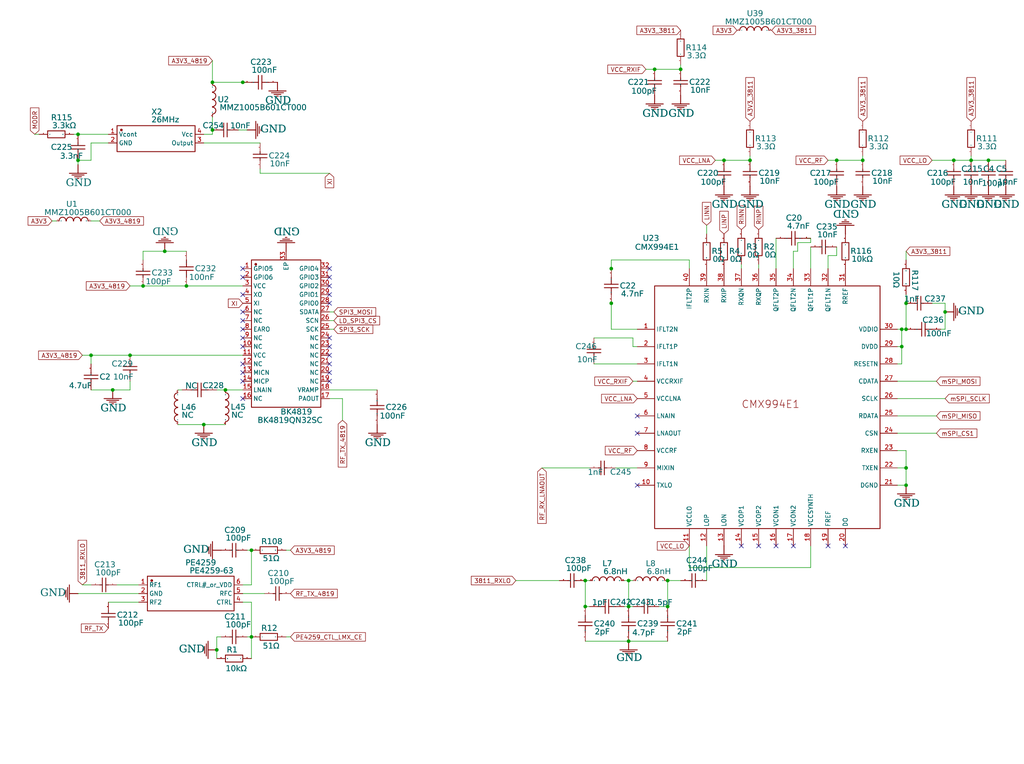
<source format=kicad_sch>
(kicad_sch (version 20231120) (generator "eeschema") (generator_version "8.0")
  (paper "User" 299.974 223.901)
  (junction (at 171.45 177.8))
  (junction (at 279.4 46.99))
  (junction (at 195.58 170.18))
  (junction (at 265.43 137.16))
  (junction (at 264.16 101.6))
  (junction (at 171.45 170.18))
  (junction (at 54.61 83.82))
  (junction (at 62.23 38.1))
  (junction (at 63.5 190.5))
  (junction (at 276.86 91.44))
  (junction (at 184.15 170.18))
  (junction (at 62.23 24.13))
  (junction (at 212.09 46.99))
  (junction (at 22.86 46.99))
  (junction (at 41.91 83.82))
  (junction (at 245.11 46.99))
  (junction (at 252.73 46.99))
  (junction (at 184.15 177.8))
  (junction (at 38.1 104.14))
  (junction (at 48.26 73.66))
  (junction (at 26.67 104.14))
  (junction (at 73.66 161.29))
  (junction (at 289.56 46.99))
  (junction (at 265.43 88.9))
  (junction (at 59.69 124.46))
  (junction (at 179.07 78.74))
  (junction (at 199.39 20.32))
  (junction (at 219.71 46.99))
  (junction (at 264.16 96.52))
  (junction (at 66.04 114.3))
  (junction (at 284.48 46.99))
  (junction (at 265.43 142.24))
  (junction (at 33.02 114.3))
  (junction (at 179.07 88.9))
  (junction (at 184.15 187.96))
  (junction (at 191.77 20.32))
  (junction (at 195.58 177.8))
  (junction (at 71.12 24.13))
  (junction (at 265.43 96.52))
  (junction (at 73.66 186.69))
  (junction (at 22.86 39.37))
  (no_connect (at 71.12 93.98))
  (no_connect (at 96.52 78.74))
  (no_connect (at 71.12 111.76))
  (no_connect (at 96.52 111.76))
  (no_connect (at 96.52 83.82))
  (no_connect (at 71.12 101.6))
  (no_connect (at 71.12 91.44))
  (no_connect (at 71.12 96.52))
  (no_connect (at 96.52 106.68))
  (no_connect (at 96.52 86.36))
  (no_connect (at 242.57 160.02))
  (no_connect (at 71.12 106.68))
  (no_connect (at 71.12 109.22))
  (no_connect (at 71.12 99.06))
  (no_connect (at 71.12 81.28))
  (no_connect (at 96.52 109.22))
  (no_connect (at 227.33 160.02))
  (no_connect (at 96.52 104.14))
  (no_connect (at 186.69 127))
  (no_connect (at 96.52 81.28))
  (no_connect (at 96.52 99.06))
  (no_connect (at 232.41 160.02))
  (no_connect (at 71.12 116.84))
  (no_connect (at 222.25 160.02))
  (no_connect (at 247.65 160.02))
  (no_connect (at 71.12 86.36))
  (no_connect (at 186.69 121.92))
  (no_connect (at 71.12 78.74))
  (no_connect (at 96.52 101.6))
  (no_connect (at 186.69 142.24))
  (no_connect (at 96.52 88.9))
  (no_connect (at 217.17 160.02))
  (wire (pts (xy 265.43 132.08) (xy 265.43 137.16)))
  (wire (pts (xy 236.22 69.85) (xy 237.49 69.85)))
  (wire (pts (xy 71.12 24.13) (xy 62.23 24.13)))
  (wire (pts (xy 29.21 64.77) (xy 26.67 64.77)))
  (wire (pts (xy 242.57 74.93) (xy 245.11 74.93)))
  (wire (pts (xy 182.88 177.8) (xy 184.15 177.8)))
  (wire (pts (xy 76.2 50.8) (xy 76.2 49.53)))
  (wire (pts (xy 279.4 46.99) (xy 284.48 46.99)))
  (wire (pts (xy 66.04 114.3) (xy 63.5 114.3)))
  (wire (pts (xy 185.42 170.18) (xy 184.15 170.18)))
  (wire (pts (xy 38.1 111.76) (xy 38.1 114.3)))
  (wire (pts (xy 21.59 39.37) (xy 22.86 39.37)))
  (wire (pts (xy 100.33 116.84) (xy 96.52 116.84)))
  (wire (pts (xy 201.93 166.37) (xy 201.93 160.02)))
  (wire (pts (xy 179.07 80.01) (xy 179.07 78.74)))
  (wire (pts (xy 73.66 193.04) (xy 73.66 186.69)))
  (wire (pts (xy 179.07 96.52) (xy 179.07 88.9)))
  (wire (pts (xy 276.86 116.84) (xy 262.89 116.84)))
  (wire (pts (xy 185.42 101.6) (xy 186.69 101.6)))
  (wire (pts (xy 38.1 104.14) (xy 26.67 104.14)))
  (wire (pts (xy 179.07 88.9) (xy 179.07 87.63)))
  (wire (pts (xy 265.43 96.52) (xy 264.16 96.52)))
  (wire (pts (xy 173.99 106.68) (xy 186.69 106.68)))
  (wire (pts (xy 284.48 46.99) (xy 284.48 45.72)))
  (wire (pts (xy 110.49 114.3) (xy 96.52 114.3)))
  (wire (pts (xy 97.79 93.98) (xy 96.52 93.98)))
  (wire (pts (xy 179.07 76.2) (xy 201.93 76.2)))
  (wire (pts (xy 207.01 66.04) (xy 207.01 68.58)))
  (wire (pts (xy 265.43 88.9) (xy 265.43 96.52)))
  (wire (pts (xy 199.39 20.32) (xy 199.39 19.05)))
  (wire (pts (xy 233.68 71.12) (xy 237.49 71.12)))
  (wire (pts (xy 217.17 77.47) (xy 217.17 78.74)))
  (wire (pts (xy 265.43 76.2) (xy 265.43 73.66)))
  (wire (pts (xy 265.43 142.24) (xy 265.43 137.16)))
  (wire (pts (xy 273.05 46.99) (xy 279.4 46.99)))
  (wire (pts (xy 71.12 83.82) (xy 54.61 83.82)))
  (wire (pts (xy 15.24 64.77) (xy 16.51 64.77)))
  (wire (pts (xy 63.5 190.5) (xy 63.5 186.69)))
  (wire (pts (xy 31.75 41.91) (xy 26.67 41.91)))
  (wire (pts (xy 184.15 187.96) (xy 171.45 187.96)))
  (wire (pts (xy 237.49 166.37) (xy 201.93 166.37)))
  (wire (pts (xy 294.64 46.99) (xy 289.56 46.99)))
  (wire (pts (xy 97.79 91.44) (xy 96.52 91.44)))
  (wire (pts (xy 201.93 76.2) (xy 201.93 78.74)))
  (wire (pts (xy 71.12 114.3) (xy 66.04 114.3)))
  (wire (pts (xy 262.89 101.6) (xy 264.16 101.6)))
  (wire (pts (xy 85.09 161.29) (xy 83.82 161.29)))
  (wire (pts (xy 54.61 83.82) (xy 41.91 83.82)))
  (wire (pts (xy 40.64 171.45) (xy 34.29 171.45)))
  (wire (pts (xy 97.79 96.52) (xy 96.52 96.52)))
  (wire (pts (xy 41.91 83.82) (xy 38.1 83.82)))
  (wire (pts (xy 72.39 24.13) (xy 71.12 24.13)))
  (wire (pts (xy 242.57 78.74) (xy 242.57 74.93)))
  (wire (pts (xy 264.16 106.68) (xy 264.16 101.6)))
  (wire (pts (xy 53.34 114.3) (xy 52.07 114.3)))
  (wire (pts (xy 71.12 171.45) (xy 73.66 171.45)))
  (wire (pts (xy 173.99 99.06) (xy 185.42 99.06)))
  (wire (pts (xy 219.71 46.99) (xy 219.71 45.72)))
  (wire (pts (xy 184.15 177.8) (xy 184.15 170.18)))
  (wire (pts (xy 232.41 73.66) (xy 233.68 73.66)))
  (wire (pts (xy 26.67 46.99) (xy 22.86 46.99)))
  (wire (pts (xy 265.43 137.16) (xy 262.89 137.16)))
  (wire (pts (xy 189.23 20.32) (xy 191.77 20.32)))
  (wire (pts (xy 62.23 34.29) (xy 62.23 38.1)))
  (wire (pts (xy 193.04 177.8) (xy 195.58 177.8)))
  (wire (pts (xy 22.86 46.99) (xy 22.86 48.26)))
  (wire (pts (xy 262.89 106.68) (xy 264.16 106.68)))
  (wire (pts (xy 73.66 176.53) (xy 71.12 176.53)))
  (wire (pts (xy 212.09 46.99) (xy 219.71 46.99)))
  (wire (pts (xy 274.32 127) (xy 262.89 127)))
  (wire (pts (xy 62.23 38.1) (xy 62.23 39.37)))
  (wire (pts (xy 62.23 24.13) (xy 62.23 17.78)))
  (wire (pts (xy 207.01 160.02) (xy 207.01 170.18)))
  (wire (pts (xy 48.26 73.66) (xy 41.91 73.66)))
  (wire (pts (xy 38.1 114.3) (xy 33.02 114.3)))
  (wire (pts (xy 186.69 96.52) (xy 179.07 96.52)))
  (wire (pts (xy 26.67 104.14) (xy 24.13 104.14)))
  (wire (pts (xy 262.89 142.24) (xy 265.43 142.24)))
  (wire (pts (xy 24.13 171.45) (xy 26.67 171.45)))
  (wire (pts (xy 96.52 50.8) (xy 76.2 50.8)))
  (wire (pts (xy 85.09 186.69) (xy 83.82 186.69)))
  (wire (pts (xy 289.56 46.99) (xy 284.48 46.99)))
  (wire (pts (xy 158.75 137.16) (xy 172.72 137.16)))
  (wire (pts (xy 276.86 88.9) (xy 273.05 88.9)))
  (wire (pts (xy 237.49 71.12) (xy 237.49 69.85)))
  (wire (pts (xy 245.11 46.99) (xy 252.73 46.99)))
  (wire (pts (xy 77.47 173.99) (xy 71.12 173.99)))
  (wire (pts (xy 274.32 121.92) (xy 262.89 121.92)))
  (wire (pts (xy 54.61 73.66) (xy 48.26 73.66)))
  (wire (pts (xy 40.64 176.53) (xy 31.75 176.53)))
  (wire (pts (xy 237.49 78.74) (xy 237.49 72.39)))
  (wire (pts (xy 264.16 96.52) (xy 262.89 96.52)))
  (wire (pts (xy 276.86 91.44) (xy 276.86 88.9)))
  (wire (pts (xy 10.16 39.37) (xy 11.43 39.37)))
  (wire (pts (xy 72.39 186.69) (xy 73.66 186.69)))
  (wire (pts (xy 184.15 170.18) (xy 182.88 170.18)))
  (wire (pts (xy 191.77 20.32) (xy 199.39 20.32)))
  (wire (pts (xy 275.59 96.52) (xy 276.86 96.52)))
  (wire (pts (xy 274.32 111.76) (xy 262.89 111.76)))
  (wire (pts (xy 59.69 41.91) (xy 76.2 41.91)))
  (wire (pts (xy 72.39 38.1) (xy 69.85 38.1)))
  (wire (pts (xy 252.73 46.99) (xy 252.73 45.72)))
  (wire (pts (xy 195.58 177.8) (xy 195.58 170.18)))
  (wire (pts (xy 185.42 99.06) (xy 185.42 101.6)))
  (wire (pts (xy 179.07 78.74) (xy 179.07 76.2)))
  (wire (pts (xy 276.86 96.52) (xy 276.86 91.44)))
  (wire (pts (xy 195.58 187.96) (xy 184.15 187.96)))
  (wire (pts (xy 245.11 74.93) (xy 245.11 72.39)))
  (wire (pts (xy 40.64 173.99) (xy 22.86 173.99)))
  (wire (pts (xy 63.5 193.04) (xy 63.5 190.5)))
  (wire (pts (xy 185.42 111.76) (xy 186.69 111.76)))
  (wire (pts (xy 71.12 104.14) (xy 38.1 104.14)))
  (wire (pts (xy 73.66 171.45) (xy 73.66 161.29)))
  (wire (pts (xy 73.66 161.29) (xy 72.39 161.29)))
  (wire (pts (xy 41.91 73.66) (xy 41.91 76.2)))
  (wire (pts (xy 233.68 73.66) (xy 233.68 71.12)))
  (wire (pts (xy 26.67 106.68) (xy 26.67 104.14)))
  (wire (pts (xy 185.42 177.8) (xy 184.15 177.8)))
  (wire (pts (xy 262.89 132.08) (xy 265.43 132.08)))
  (wire (pts (xy 33.02 114.3) (xy 26.67 114.3)))
  (wire (pts (xy 222.25 77.47) (xy 222.25 78.74)))
  (wire (pts (xy 237.49 160.02) (xy 237.49 166.37)))
  (wire (pts (xy 66.04 124.46) (xy 59.69 124.46)))
  (wire (pts (xy 172.72 177.8) (xy 171.45 177.8)))
  (wire (pts (xy 171.45 177.8) (xy 171.45 170.18)))
  (wire (pts (xy 227.33 78.74) (xy 227.33 69.85)))
  (wire (pts (xy 195.58 170.18) (xy 199.39 170.18)))
  (wire (pts (xy 100.33 123.19) (xy 100.33 116.84)))
  (wire (pts (xy 171.45 170.18) (xy 172.72 170.18)))
  (wire (pts (xy 265.43 86.36) (xy 265.43 88.9)))
  (wire (pts (xy 73.66 186.69) (xy 73.66 176.53)))
  (wire (pts (xy 242.57 46.99) (xy 245.11 46.99)))
  (wire (pts (xy 22.86 39.37) (xy 31.75 39.37)))
  (wire (pts (xy 232.41 78.74) (xy 232.41 73.66)))
  (wire (pts (xy 264.16 101.6) (xy 264.16 96.52)))
  (wire (pts (xy 62.23 39.37) (xy 59.69 39.37)))
  (wire (pts (xy 26.67 41.91) (xy 26.67 46.99)))
  (wire (pts (xy 59.69 124.46) (xy 52.07 124.46)))
  (wire (pts (xy 63.5 186.69) (xy 64.77 186.69)))
  (wire (pts (xy 163.83 170.18) (xy 151.13 170.18)))
  (wire (pts (xy 186.69 137.16) (xy 180.34 137.16)))
  (wire (pts (xy 209.55 46.99) (xy 212.09 46.99)))
  (global_label "VCC_LO" (shape input) (at 273.05 46.99 180) (property "Intersheetrefs" "${INTERSHEET_REFS}" (effects (hide yes))))
  (global_label "LD_SPI3_CS" (shape input) (at 97.79 93.98 0) (property "Intersheetrefs" "${INTERSHEET_REFS}" (effects (hide yes))))
  (global_label "PE4259_CTL_LMX_CE" (shape input) (at 85.09 186.69 0) (property "Intersheetrefs" "${INTERSHEET_REFS}" (effects (hide yes))))
  (global_label "A3V3_4819" (shape input) (at 62.23 17.78 180) (property "Intersheetrefs" "${INTERSHEET_REFS}" (effects (hide yes))))
  (global_label "VCC_RF" (shape input) (at 242.57 46.99 180) (property "Intersheetrefs" "${INTERSHEET_REFS}" (effects (hide yes))))
  (global_label "XI" (shape input) (at 71.12 88.9 180) (property "Intersheetrefs" "${INTERSHEET_REFS}" (effects (hide yes))))
  (global_label "VCC_RXIF" (shape input) (at 189.23 20.32 180) (property "Intersheetrefs" "${INTERSHEET_REFS}" (effects (hide yes))))
  (global_label "LINN" (shape input) (at 207.01 66.04 90) (property "Intersheetrefs" "${INTERSHEET_REFS}" (effects (hide yes))))
  (global_label "mSPI_MOSI" (shape input) (at 274.32 111.76 0) (property "Intersheetrefs" "${INTERSHEET_REFS}" (effects (hide yes))))
  (global_label "A3V3_4819" (shape input) (at 24.13 104.14 180) (property "Intersheetrefs" "${INTERSHEET_REFS}" (effects (hide yes))))
  (global_label "A3V3_3811" (shape input) (at 252.73 35.56 90) (property "Intersheetrefs" "${INTERSHEET_REFS}" (effects (hide yes))))
  (global_label "LINP" (shape input) (at 212.09 68.58 90) (property "Intersheetrefs" "${INTERSHEET_REFS}" (effects (hide yes))))
  (global_label "SPI3_SCK" (shape input) (at 97.79 96.52 0) (property "Intersheetrefs" "${INTERSHEET_REFS}" (effects (hide yes))))
  (global_label "VCC_LNA" (shape input) (at 186.69 116.84 180) (property "Intersheetrefs" "${INTERSHEET_REFS}" (effects (hide yes))))
  (global_label "XI" (shape input) (at 96.52 50.8 270) (property "Intersheetrefs" "${INTERSHEET_REFS}" (effects (hide yes))))
  (global_label "A3V3_3811" (shape input) (at 226.06 8.89 0) (property "Intersheetrefs" "${INTERSHEET_REFS}" (effects (hide yes))))
  (global_label "A3V3_4819" (shape input) (at 38.1 83.82 180) (property "Intersheetrefs" "${INTERSHEET_REFS}" (effects (hide yes))))
  (global_label "RINN" (shape input) (at 217.17 67.31 90) (property "Intersheetrefs" "${INTERSHEET_REFS}" (effects (hide yes))))
  (global_label "mSPI_SCLK" (shape input) (at 276.86 116.84 0) (property "Intersheetrefs" "${INTERSHEET_REFS}" (effects (hide yes))))
  (global_label "mSPI_CS1" (shape input) (at 274.32 127 0) (property "Intersheetrefs" "${INTERSHEET_REFS}" (effects (hide yes))))
  (global_label "VCC_RXIF" (shape input) (at 185.42 111.76 180) (property "Intersheetrefs" "${INTERSHEET_REFS}" (effects (hide yes))))
  (global_label "A3V3" (shape input) (at 15.24 64.77 180) (property "Intersheetrefs" "${INTERSHEET_REFS}" (effects (hide yes))))
  (global_label "A3V3_3811" (shape input) (at 219.71 35.56 90) (property "Intersheetrefs" "${INTERSHEET_REFS}" (effects (hide yes))))
  (global_label "3811_RXLO" (shape input) (at 151.13 170.18 180) (property "Intersheetrefs" "${INTERSHEET_REFS}" (effects (hide yes))))
  (global_label "A3V3_4819" (shape input) (at 29.21 64.77 0) (property "Intersheetrefs" "${INTERSHEET_REFS}" (effects (hide yes))))
  (global_label "A3V3_3811" (shape input) (at 199.39 8.89 180) (property "Intersheetrefs" "${INTERSHEET_REFS}" (effects (hide yes))))
  (global_label "RF_TX_4819" (shape input) (at 85.09 173.99 0) (property "Intersheetrefs" "${INTERSHEET_REFS}" (effects (hide yes))))
  (global_label "A3V3_3811" (shape input) (at 284.48 35.56 90) (property "Intersheetrefs" "${INTERSHEET_REFS}" (effects (hide yes))))
  (global_label "RF_TX_4819" (shape input) (at 100.33 123.19 270) (property "Intersheetrefs" "${INTERSHEET_REFS}" (effects (hide yes))))
  (global_label "SPI3_MOSI" (shape input) (at 97.79 91.44 0) (property "Intersheetrefs" "${INTERSHEET_REFS}" (effects (hide yes))))
  (global_label "VCC_RF" (shape input) (at 186.69 132.08 180) (property "Intersheetrefs" "${INTERSHEET_REFS}" (effects (hide yes))))
  (global_label "A3V3_4819" (shape input) (at 85.09 161.29 0) (property "Intersheetrefs" "${INTERSHEET_REFS}" (effects (hide yes))))
  (global_label "RF_RX_LNAOUT" (shape input) (at 158.75 137.16 270) (property "Intersheetrefs" "${INTERSHEET_REFS}" (effects (hide yes))))
  (global_label "VCC_LO" (shape input) (at 201.93 160.02 180) (property "Intersheetrefs" "${INTERSHEET_REFS}" (effects (hide yes))))
  (global_label "RINP" (shape input) (at 222.25 67.31 90) (property "Intersheetrefs" "${INTERSHEET_REFS}" (effects (hide yes))))
  (global_label "A3V3_3811" (shape input) (at 265.43 73.66 0) (property "Intersheetrefs" "${INTERSHEET_REFS}" (effects (hide yes))))
  (global_label "3811_RXLO" (shape input) (at 24.13 171.45 90) (property "Intersheetrefs" "${INTERSHEET_REFS}" (effects (hide yes))))
  (global_label "VCC_LNA" (shape input) (at 209.55 46.99 180) (property "Intersheetrefs" "${INTERSHEET_REFS}" (effects (hide yes))))
  (global_label "A3V3" (shape input) (at 215.9 8.89 180) (property "Intersheetrefs" "${INTERSHEET_REFS}" (effects (hide yes))))
  (global_label "mSPI_MISO" (shape input) (at 274.32 121.92 0) (property "Intersheetrefs" "${INTERSHEET_REFS}" (effects (hide yes))))
  (global_label "MODR" (shape input) (at 10.16 39.37 90) (property "Intersheetrefs" "${INTERSHEET_REFS}" (effects (hide yes))))
  (global_label "RF_TX" (shape input) (at 31.75 184.15 180) (property "Intersheetrefs" "${INTERSHEET_REFS}" (effects (hide yes))))
  (symbol (lib_id "GND") (at 265.43 142.24 0) (unit 0)
    (property "Reference" "#PWR0144" (effects (hide yes)))
    (property "Value" "GND" (at 262.128 148.844 0) (effects (font (size 2.1717 2.1717)) (justify left bottom)))
    (property "Description" "Power symbol creates a global label with name 'GND'" (effects (hide yes)))
    (instances (project "" (path "" (reference "#PWR0144") (unit 0))) (project "sicomm_slaveboard_BK4819_v2" (path "" (reference "#PWR0139") (unit 1))))
  )
  (symbol (lib_id "0402CG101J500NT_8") (at 30.48 171.45 0) (unit 1)
    (property "Reference" "C213" (at 27.6606 164.6809 0) (effects (font (size 1.6891 1.6891)) (justify left top)))
    (property "Value" "100pF" (at 27.6606 166.9669 0) (effects (font (size 1.6891 1.6891)) (justify left top)))
    (property "Footprint" "easyeda2kicad_foorprint:C0402" (effects (hide yes)))
    (property "Manufacturer" "FH(风华)" (effects (hide yes)))
    (property "Supplier Part" "C1546" (effects (hide yes)))
    (property "Supplier" "LCSC" (effects (hide yes)))
  )
  (symbol (lib_id "LQW15AN6N8H00D") (at 177.8 170.18 0) (unit 1)
    (property "Reference" "L7" (at 176.5046 164.3507 0) (effects (font (size 1.6891 1.6891)) (justify left top)))
    (property "Value" "6.8nH" (at 176.5046 166.6367 0) (effects (font (size 1.6891 1.6891)) (justify left top)))
    (property "Footprint" "easyeda2kicad_foorprint:IND-SMD_L1.0-W0.5-2" (effects (hide yes)))
    (property "Manufacturer Part" "LQW15AN6N8H00D" (effects (hide yes)))
    (property "Manufacturer" "muRata(村田)" (effects (hide yes)))
    (property "Supplier Part" "C96056" (effects (hide yes)))
    (property "Supplier" "LCSC" (effects (hide yes)))
  )
  (symbol (lib_id "PE4259-63") (at 55.88 173.99 0) (unit 1)
    (property "Reference" "PE4259" (at 54.356 164.0967 0) (effects (font (size 1.6891 1.6891)) (justify left top)))
    (property "Value" "PE4259-63" (at 54.356 166.3827 0) (effects (font (size 1.6891 1.6891)) (justify left top)))
    (property "Footprint" "easyeda2kicad_foorprint:SC-70-6_L2.2-W1.3-P0.65-LS2.1-BL" (effects (hide yes)))
    (property "Datasheet" "https://lcsc.com/eda_search?q=C470892&%26type=1&ref=editor" (effects (hide yes)))
    (property "Manufacturer Part" "PE4259-63" (effects (hide yes)))
    (property "Manufacturer" "PSemi" (effects (hide yes)))
    (property "Supplier Part" "C470892" (effects (hide yes)))
    (property "Supplier" "LCSC" (effects (hide yes)))
  )
  (symbol (lib_id "GND") (at 22.86 173.99 270) (unit 0)
    (property "Reference" "#PWR0160" (effects (hide yes)))
    (property "Value" "GND" (at 12.065 175.0314 -270) (effects (font (size 2.1717 2.1717)) (justify left bottom)))
    (property "Description" "Power symbol creates a global label with name 'GND'" (effects (hide yes)))
    (instances (project "" (path "" (reference "#PWR0160") (unit 0))) (project "sicomm_slaveboard_BK4819_v2" (path "" (reference "#PWR0159") (unit 1))))
  )
  (symbol (lib_id "CL05B103KB5NNNC_8") (at 38.1 107.95 0) (unit 1)
    (property "Reference" "C229" (at 32.7406 105.8037 0) (effects (font (size 1.6891 1.6891)) (justify left top)))
    (property "Value" "10nF" (at 32.8676 109.5883 0) (effects (font (size 1.6891 1.6891)) (justify left top)))
    (property "Footprint" "easyeda2kicad_foorprint:C0402" (effects (hide yes)))
    (property "Manufacturer" "SAMSUNG(三星)" (effects (hide yes)))
    (property "Supplier Part" "C15195" (effects (hide yes)))
    (property "Supplier" "LCSC" (effects (hide yes)))
  )
  (symbol (lib_id "GND") (at 276.86 91.44 90) (unit 0)
    (property "Reference" "#PWR0151" (effects (hide yes)))
    (property "Value" "GND" (at 281.051 92.456 -90) (effects (font (size 2.1717 2.1717)) (justify left bottom)))
    (property "Description" "Power symbol creates a global label with name 'GND'" (effects (hide yes)))
    (instances (project "" (path "" (reference "#PWR0151") (unit 0))) (project "sicomm_slaveboard_BK4819_v2" (path "" (reference "#PWR0137") (unit 1))))
  )
  (symbol (lib_id "0402WGF3301TCE") (at 16.51 39.37 0) (unit 1)
    (property "Reference" "R115" (at 14.986 33.6169 0) (effects (font (size 1.6891 1.6891)) (justify left top)))
    (property "Value" "3.3kΩ" (at 14.986 35.9029 0) (effects (font (size 1.6891 1.6891)) (justify left top)))
    (property "Footprint" "easyeda2kicad_foorprint:R0402" (effects (hide yes)))
    (property "Datasheet" "https://lcsc.com/eda_search?q=C25890&%26type=1&ref=editor" (effects (hide yes)))
    (property "Manufacturer Part" "0402WGF3301TCE" (effects (hide yes)))
    (property "Manufacturer" "UNI-ROYAL(厚声)" (effects (hide yes)))
    (property "Supplier Part" "C25890" (effects (hide yes)))
    (property "Supplier" "LCSC" (effects (hide yes)))
  )
  (symbol (lib_id "CC0402CRNPO9BN2R0") (at 171.45 182.88 0) (unit 1)
    (property "Reference" "C240" (at 173.99 182.0037 0) (effects (font (size 1.6891 1.6891)) (justify left top)))
    (property "Value" "2pF" (at 173.99 184.2643 0) (effects (font (size 1.6891 1.6891)) (justify left top)))
    (property "Footprint" "easyeda2kicad_foorprint:C0402" (effects (hide yes)))
    (property "Manufacturer" "YAGEO(国巨)" (effects (hide yes)))
    (property "Supplier Part" "C325454" (effects (hide yes)))
    (property "Supplier" "LCSC" (effects (hide yes)))
  )
  (symbol (lib_id "GND") (at 245.11 54.61 0) (unit 0)
    (property "Reference" "#PWR0139" (effects (hide yes)))
    (property "Value" "GND" (at 241.808 61.214 0) (effects (font (size 2.1717 2.1717)) (justify left bottom)))
    (property "Description" "Power symbol creates a global label with name 'GND'" (effects (hide yes)))
    (instances (project "" (path "" (reference "#PWR0139") (unit 0))) (project "sicomm_slaveboard_BK4819_v2" (path "" (reference "#PWR0141") (unit 1))))
  )
  (symbol (lib_id "CL05B103KB5NNNC_7") (at 66.04 38.1 0) (unit 1)
    (property "Reference" "C254" (at 59.4106 35.9537 0) (effects (font (size 1.6891 1.6891)) (justify left top)))
    (property "Value" "10nF" (at 67.1322 35.9537 0) (effects (font (size 1.6891 1.6891)) (justify left top)))
    (property "Footprint" "easyeda2kicad_foorprint:C0402" (effects (hide yes)))
    (property "Manufacturer" "SAMSUNG(三星)" (effects (hide yes)))
    (property "Supplier Part" "C15195" (effects (hide yes)))
    (property "Supplier" "LCSC" (effects (hide yes)))
  )
  (symbol (lib_id "RC0402JR-073R3L_2") (at 219.71 40.64 0) (unit 1)
    (property "Reference" "R113" (at 221.234 39.7891 0) (effects (font (size 1.6891 1.6891)) (justify left top)))
    (property "Value" "3.3Ω" (at 221.234 42.0751 0) (effects (font (size 1.6891 1.6891)) (justify left top)))
    (property "Footprint" "easyeda2kicad_foorprint:R0402" (effects (hide yes)))
    (property "Datasheet" "https://lcsc.com/eda_search?q=C274354&%26type=1&ref=editor" (effects (hide yes)))
    (property "Manufacturer Part" "RC0402JR-073R3L" (effects (hide yes)))
    (property "Manufacturer" "YAGEO(国巨)" (effects (hide yes)))
    (property "Supplier Part" "C274354" (effects (hide yes)))
    (property "Supplier" "LCSC" (effects (hide yes)))
  )
  (symbol (lib_id "GND") (at 219.71 54.61 0) (unit 0)
    (property "Reference" "#PWR0141" (effects (hide yes)))
    (property "Value" "GND" (at 216.408 61.214 0) (effects (font (size 2.1717 2.1717)) (justify left bottom)))
    (property "Description" "Power symbol creates a global label with name 'GND'" (effects (hide yes)))
    (instances (project "" (path "" (reference "#PWR0141") (unit 0))) (project "sicomm_slaveboard_BK4819_v2" (path "" (reference "#PWR0145") (unit 1))))
  )
  (symbol (lib_id "MMZ1005B601CT000") (at 220.98 8.89 0) (unit 1)
    (property "Reference" "U39" (at 218.821 3.1115 0) (effects (font (size 1.6891 1.6891)) (justify left top)))
    (property "Value" "MMZ1005B601CT000" (at 211.8868 5.4991 0) (effects (font (size 1.6891 1.6891)) (justify left top)))
    (property "Footprint" "easyeda2kicad_foorprint:L0402" (effects (hide yes)))
    (property "Manufacturer Part" "MMZ1005B601CT000" (effects (hide yes)))
    (property "Manufacturer" "TDK" (effects (hide yes)))
    (property "Supplier Part" "C275413" (effects (hide yes)))
    (property "Supplier" "LCSC" (effects (hide yes)))
  )
  (symbol (lib_id "CL05A475MP5NRNC") (at 26.67 110.49 0) (unit 1)
    (property "Reference" "C2" (at 29.21 109.6391 0) (effects (font (size 1.6891 1.6891)) (justify left top)))
    (property "Value" "4.7uF" (at 19.9136 112.1537 0) (effects (font (size 1.6891 1.6891)) (justify left top)))
    (property "Footprint" "easyeda2kicad_foorprint:C0402" (effects (hide yes)))
    (property "Manufacturer Part" "CL05A475MP5NRNC" (effects (hide yes)))
    (property "Manufacturer" "SAMSUNG(三星)" (effects (hide yes)))
    (property "Supplier Part" "C23733" (effects (hide yes)))
    (property "Supplier" "LCSC" (effects (hide yes)))
  )
  (symbol (lib_id "CL05B103KB5NNNC_1") (at 252.73 50.8 0) (unit 1)
    (property "Reference" "C218" (at 255.27 49.8983 0) (effects (font (size 1.6891 1.6891)) (justify left top)))
    (property "Value" "10nF" (at 255.27 52.1843 0) (effects (font (size 1.6891 1.6891)) (justify left top)))
    (property "Footprint" "easyeda2kicad_foorprint:C0402" (effects (hide yes)))
    (property "Manufacturer Part" "GRM1555C1E103JE01D" (effects (hide yes)))
    (property "Manufacturer" "Murata Electronics" (effects (hide yes)))
    (property "Supplier Part" "C3855387" (effects (hide yes)))
    (property "Supplier" "LCSC" (effects (hide yes)))
  )
  (symbol (lib_id "LQW15AN6N8J00D") (at 52.07 119.38 0) (unit 1)
    (property "Reference" "L46" (at 53.086 118.5291 0) (effects (font (size 1.6891 1.6891)) (justify left top)))
    (property "Value" "NC" (at 53.086 120.7897 0) (effects (font (size 1.6891 1.6891)) (justify left top)))
    (property "Datasheet" "https://lcsc.com/eda_search?q=C113119&%26type=1&ref=editor" (effects (hide yes)))
    (property "Supplier" "LCSC" (effects (hide yes)))
  )
  (symbol (lib_id "CL05B103KB5NNNC_4") (at 241.3 72.39 0) (unit 1)
    (property "Reference" "C235" (at 239.141 65.6463 0) (effects (font (size 1.6891 1.6891)) (justify left top)))
    (property "Value" "10nF" (at 239.141 67.9069 0) (effects (font (size 1.6891 1.6891)) (justify left top)))
    (property "Footprint" "easyeda2kicad_foorprint:C0402" (effects (hide yes)))
    (property "Manufacturer Part" "GRM1555C1E103JE01D" (effects (hide yes)))
    (property "Manufacturer" "Murata Electronics" (effects (hide yes)))
    (property "Supplier Part" "C3855387" (effects (hide yes)))
    (property "Supplier" "LCSC" (effects (hide yes)))
  )
  (symbol (lib_id "LQW15AN6N8J00D_1") (at 66.04 119.38 0) (unit 1)
    (property "Reference" "L45" (at 67.6402 118.4783 0) (effects (font (size 1.6891 1.6891)) (justify left top)))
    (property "Value" "NC" (at 67.6402 120.7643 0) (effects (font (size 1.6891 1.6891)) (justify left top)))
    (property "Footprint" "easyeda2kicad_foorprint:L0402" (effects (hide yes)))
    (property "Datasheet" "https://lcsc.com/eda_search?q=C113119&%26type=1&ref=editor" (effects (hide yes)))
    (property "Supplier" "LCSC" (effects (hide yes)))
  )
  (symbol (lib_id "0402CG101J500NT_4") (at 167.64 170.18 0) (unit 1)
    (property "Reference" "C238" (at 165.481 163.4363 0) (effects (font (size 1.6891 1.6891)) (justify left top)))
    (property "Value" "100pF" (at 165.481 165.6969 0) (effects (font (size 1.6891 1.6891)) (justify left top)))
    (property "Footprint" "easyeda2kicad_foorprint:C0402" (effects (hide yes)))
    (property "Manufacturer" "FH(风华)" (effects (hide yes)))
    (property "Supplier Part" "C1546" (effects (hide yes)))
    (property "Supplier" "LCSC" (effects (hide yes)))
  )
  (symbol (lib_id "GND") (at 64.77 161.29 270) (unit 0)
    (property "Reference" "#PWR0158" (effects (hide yes)))
    (property "Value" "GND" (at 53.975 162.3314 -270) (effects (font (size 2.1717 2.1717)) (justify left bottom)))
    (property "Description" "Power symbol creates a global label with name 'GND'" (effects (hide yes)))
    (instances (project "" (path "" (reference "#PWR0158") (unit 0))) (project "sicomm_slaveboard_BK4819_v2" (path "" (reference "#PWR0150") (unit 1))))
  )
  (symbol (lib_id "0402CG101J500NT_9") (at 31.75 180.34 0) (unit 1)
    (property "Reference" "C212" (at 34.29 179.4383 0) (effects (font (size 1.6891 1.6891)) (justify left top)))
    (property "Value" "100pF" (at 34.29 181.7243 0) (effects (font (size 1.6891 1.6891)) (justify left top)))
    (property "Footprint" "easyeda2kicad_foorprint:C0402" (effects (hide yes)))
    (property "Manufacturer" "FH(风华)" (effects (hide yes)))
    (property "Supplier Part" "C1546" (effects (hide yes)))
    (property "Supplier" "LCSC" (effects (hide yes)))
  )
  (symbol (lib_id "0402WGF1002TCE") (at 247.65 73.66 0) (unit 1)
    (property "Reference" "R116" (at 249.174 72.7583 0) (effects (font (size 1.6891 1.6891)) (justify left top)))
    (property "Value" "10kΩ" (at 249.174 75.0443 0) (effects (font (size 1.6891 1.6891)) (justify left top)))
    (property "Footprint" "easyeda2kicad_foorprint:R0402" (effects (hide yes)))
    (property "Manufacturer" "UNI-ROYAL(厚声)" (effects (hide yes)))
    (property "Supplier Part" "C25744" (effects (hide yes)))
    (property "Supplier" "LCSC" (effects (hide yes)))
  )
  (symbol (lib_id "MMZ1005B601CT000_1") (at 21.59 64.77 0) (unit 1)
    (property "Reference" "U1" (at 19.431 58.9915 0) (effects (font (size 1.6891 1.6891)) (justify left top)))
    (property "Value" "MMZ1005B601CT000" (at 12.4714 61.3791 0) (effects (font (size 1.6891 1.6891)) (justify left top)))
    (property "Footprint" "easyeda2kicad_foorprint:L0402" (effects (hide yes)))
    (property "Manufacturer Part" "MMZ1005B601CT000" (effects (hide yes)))
    (property "Manufacturer" "TDK" (effects (hide yes)))
    (property "Supplier Part" "C275413" (effects (hide yes)))
    (property "Supplier" "LCSC" (effects (hide yes)))
  )
  (symbol (lib_id "0402CG101J500NT_2") (at 212.09 50.8 0) (unit 1)
    (property "Reference" "C220" (at 204.2668 49.9237 0) (effects (font (size 1.6891 1.6891)) (justify left top)))
    (property "Value" "100pF" (at 204.9272 52.4637 0) (effects (font (size 1.6891 1.6891)) (justify left top)))
    (property "Footprint" "easyeda2kicad_foorprint:C0402" (effects (hide yes)))
    (property "Manufacturer" "FH(风华)" (effects (hide yes)))
    (property "Supplier Part" "C1546" (effects (hide yes)))
    (property "Supplier" "LCSC" (effects (hide yes)))
  )
  (symbol (lib_id "GND") (at 83.82 73.66 180) (unit 0)
    (property "Reference" "#PWR0157" (effects (hide yes)))
    (property "Value" "GND" (at 80.518 68.8848 -180) (effects (font (size 2.1717 2.1717)) (justify left bottom)))
    (property "Description" "Power symbol creates a global label with name 'GND'" (effects (hide yes)))
    (instances (project "" (path "" (reference "#PWR0157") (unit 0))) (project "sicomm_slaveboard_BK4819_v2" (path "" (reference "#PWR0156") (unit 1))))
  )
  (symbol (lib_id "GND") (at 294.64 54.61 0) (unit 0)
    (property "Reference" "#PWR0145" (effects (hide yes)))
    (property "Value" "GND" (at 291.338 61.214 0) (effects (font (size 2.1717 2.1717)) (justify left bottom)))
    (property "Description" "Power symbol creates a global label with name 'GND'" (effects (hide yes)))
    (instances (project "" (path "" (reference "#PWR0145") (unit 0))) (project "sicomm_slaveboard_BK4819_v2" (path "" (reference "#PWR0160") (unit 1))))
  )
  (symbol (lib_id "CL05B104KB54PNC") (at 270.51 96.52 0) (unit 1)
    (property "Reference" "C236" (at 270.256 92.964 0) (effects (font (size 1.6891 1.6891)) (justify left top)))
    (property "Value" "100nF" (at 270.9418 96.8883 0) (effects (font (size 1.6891 1.6891)) (justify left top)))
    (property "Footprint" "easyeda2kicad_foorprint:C0402" (effects (hide yes)))
    (property "Manufacturer" "SAMSUNG(三星)" (effects (hide yes)))
    (property "Supplier Part" "C307331" (effects (hide yes)))
    (property "Supplier" "LCSC" (effects (hide yes)))
  )
  (symbol (lib_id "GCM1555C1H1R5BA16D") (at 189.23 177.8 0) (unit 1)
    (property "Reference" "C243" (at 184.531 175.6791 0) (effects (font (size 1.6891 1.6891)) (justify left top)))
    (property "Value" "1.5pF" (at 189.992 175.6791 0) (effects (font (size 1.6891 1.6891)) (justify left top)))
    (property "Footprint" "easyeda2kicad_foorprint:C0402" (effects (hide yes)))
    (property "Manufacturer" "muRata(村田)" (effects (hide yes)))
    (property "Supplier Part" "C126500" (effects (hide yes)))
    (property "Supplier" "LCSC" (effects (hide yes)))
    (instances (project "" (path "" (reference "C243") (unit 1))) (project "sicomm_slaveboard_BK4819_v2" (path "" (reference "C15") (unit 1))))
  )
  (symbol (lib_id "CL05B103KB5NNNC_2") (at 219.71 50.8 0) (unit 1)
    (property "Reference" "C219" (at 222.25 49.8983 0) (effects (font (size 1.6891 1.6891)) (justify left top)))
    (property "Value" "10nF" (at 222.25 52.1843 0) (effects (font (size 1.6891 1.6891)) (justify left top)))
    (property "Footprint" "easyeda2kicad_foorprint:C0402" (effects (hide yes)))
    (property "Manufacturer Part" "GRM1555C1E103JE01D" (effects (hide yes)))
    (property "Manufacturer" "Murata Electronics" (effects (hide yes)))
    (property "Supplier Part" "C3855387" (effects (hide yes)))
    (property "Supplier" "LCSC" (effects (hide yes)))
  )
  (symbol (lib_id "RC0402JR-073R3L_3") (at 199.39 13.97 0) (unit 1)
    (property "Reference" "R114" (at 200.914 13.1191 0) (effects (font (size 1.6891 1.6891)) (justify left top)))
    (property "Value" "3.3Ω" (at 200.914 15.4051 0) (effects (font (size 1.6891 1.6891)) (justify left top)))
    (property "Footprint" "easyeda2kicad_foorprint:R0402" (effects (hide yes)))
    (property "Datasheet" "https://lcsc.com/eda_search?q=C274354&%26type=1&ref=editor" (effects (hide yes)))
    (property "Manufacturer Part" "RC0402JR-073R3L" (effects (hide yes)))
    (property "Manufacturer" "YAGEO(国巨)" (effects (hide yes)))
    (property "Supplier Part" "C274354" (effects (hide yes)))
    (property "Supplier" "LCSC" (effects (hide yes)))
    (instances (project "" (path "" (reference "R114") (unit 1))) (project "sicomm_slaveboard_BK4819_v2" (path "" (reference "R9") (unit 1))))
  )
  (symbol (lib_id "0402CG101J500NT_7") (at 41.91 80.01 0) (unit 1)
    (property "Reference" "C233" (at 44.45 79.1337 0) (effects (font (size 1.6891 1.6891)) (justify left top)))
    (property "Value" "100pF" (at 42.3418 81.6483 0) (effects (font (size 1.6891 1.6891)) (justify left top)))
    (property "Footprint" "easyeda2kicad_foorprint:C0402" (effects (hide yes)))
    (property "Manufacturer" "FH(风华)" (effects (hide yes)))
    (property "Supplier Part" "C1546" (effects (hide yes)))
    (property "Supplier" "LCSC" (effects (hide yes)))
  )
  (symbol (lib_id "CL05B104KB54PNC_2") (at 110.49 119.38 0) (unit 1)
    (property "Reference" "C226" (at 113.03 118.5291 0) (effects (font (size 1.6891 1.6891)) (justify left top)))
    (property "Value" "100nF" (at 110.9218 121.0183 0) (effects (font (size 1.6891 1.6891)) (justify left top)))
    (property "Footprint" "easyeda2kicad_foorprint:C0402" (effects (hide yes)))
    (property "Manufacturer" "SAMSUNG(三星)" (effects (hide yes)))
    (property "Supplier Part" "C307331" (effects (hide yes)))
    (property "Supplier" "LCSC" (effects (hide yes)))
  )
  (symbol (lib_id "0603WAF510JT5E_1") (at 78.74 161.29 0) (unit 1)
    (property "Reference" "R108" (at 76.581 157.8991 0) (effects (font (size 1.6891 1.6891)) (justify left top)))
    (property "Value" "51Ω" (at 76.708 162.814 0) (effects (font (size 1.6891 1.6891)) (justify left top)))
    (property "Footprint" "easyeda2kicad_foorprint:R0603" (effects (hide yes)))
    (property "Datasheet" "https://lcsc.com/eda_search?q=C23197&%26type=1&ref=editor" (effects (hide yes)))
    (property "Manufacturer Part" "0603WAF510JT5E" (effects (hide yes)))
    (property "Manufacturer" "UNI-ROYAL(厚声)" (effects (hide yes)))
    (property "Supplier Part" "C23197" (effects (hide yes)))
    (property "Supplier" "LCSC" (effects (hide yes)))
  )
  (symbol (lib_id "GND") (at 110.49 124.46 0) (unit 0)
    (property "Reference" "#PWR0146" (effects (hide yes)))
    (property "Value" "GND" (at 107.188 131.064 0) (effects (font (size 2.1717 2.1717)) (justify left bottom)))
    (property "Description" "Power symbol creates a global label with name 'GND'" (effects (hide yes)))
    (instances (project "" (path "" (reference "#PWR0146") (unit 0))) (project "sicomm_slaveboard_BK4819_v2" (path "" (reference "#PWR0158") (unit 1))))
  )
  (symbol (lib_id "RC0402JR-073R3L_1") (at 252.73 40.64 0) (unit 1)
    (property "Reference" "R112" (at 254.254 39.7891 0) (effects (font (size 1.6891 1.6891)) (justify left top)))
    (property "Value" "3.3Ω" (at 254.254 42.0751 0) (effects (font (size 1.6891 1.6891)) (justify left top)))
    (property "Footprint" "easyeda2kicad_foorprint:R0402" (effects (hide yes)))
    (property "Datasheet" "https://lcsc.com/eda_search?q=C274354&%26type=1&ref=editor" (effects (hide yes)))
    (property "Manufacturer Part" "RC0402JR-073R3L" (effects (hide yes)))
    (property "Manufacturer" "YAGEO(国巨)" (effects (hide yes)))
    (property "Supplier Part" "C274354" (effects (hide yes)))
    (property "Supplier" "LCSC" (effects (hide yes)))
  )
  (symbol (lib_id "0402CG101J500NT_6") (at 289.56 50.8 0) (unit 1)
    (property "Reference" "C4" (at 288.0614 48.6791 0) (effects (font (size 1.6891 1.6891)) (justify left top)))
    (property "Value" "100pF" (at 287.274 52.832 0) (effects (font (size 1.6891 1.6891)) (justify left top)))
    (property "Footprint" "easyeda2kicad_foorprint:C0402" (effects (hide yes)))
    (property "Manufacturer" "FH(风华)" (effects (hide yes)))
    (property "Supplier Part" "C1546" (effects (hide yes)))
    (property "Supplier" "LCSC" (effects (hide yes)))
  )
  (symbol (lib_id "0402WGF0000TCE") (at 222.25 72.39 0) (unit 1)
    (property "Reference" "R2" (at 223.774 71.5137 0) (effects (font (size 1.6891 1.6891)) (justify left top)))
    (property "Value" "0Ω" (at 223.774 73.7997 0) (effects (font (size 1.6891 1.6891)) (justify left top)))
    (property "Footprint" "easyeda2kicad_foorprint:R0402" (effects (hide yes)))
    (property "Manufacturer" "UNI-ROYAL(厚声)" (effects (hide yes)))
    (property "Supplier Part" "C17168" (effects (hide yes)))
    (property "Supplier" "LCSC" (effects (hide yes)))
  )
  (symbol (lib_id "GND") (at 48.26 73.66 180) (unit 0)
    (property "Reference" "#PWR0153" (effects (hide yes)))
    (property "Value" "GND" (at 44.958 68.8086 -180) (effects (font (size 2.1717 2.1717)) (justify left bottom)))
    (property "Description" "Power symbol creates a global label with name 'GND'" (effects (hide yes)))
    (instances (project "" (path "" (reference "#PWR0153") (unit 0))) (project "sicomm_slaveboard_BK4819_v2" (path "" (reference "#PWR0155") (unit 1))))
  )
  (symbol (lib_id "0402WGF1002TCE_1") (at 68.58 193.04 0) (unit 1)
    (property "Reference" "R1" (at 66.421 189.6237 0) (effects (font (size 1.6891 1.6891)) (justify left top)))
    (property "Value" "10kΩ" (at 65.786 195.072 0) (effects (font (size 1.6891 1.6891)) (justify left top)))
    (property "Footprint" "easyeda2kicad_foorprint:R0402" (effects (hide yes)))
    (property "Manufacturer" "UNI-ROYAL(厚声)" (effects (hide yes)))
    (property "Supplier Part" "C25744" (effects (hide yes)))
    (property "Supplier" "LCSC" (effects (hide yes)))
  )
  (symbol (lib_id "CC0402CRNPO9BN2R0_2") (at 58.42 114.3 0) (unit 1)
    (property "Reference" "C228" (at 59.3852 112.1791 0) (effects (font (size 1.6891 1.6891)) (justify left top)))
    (property "Value" "NC" (at 54.1782 112.1791 0) (effects (font (size 1.6891 1.6891)) (justify left top)))
    (property "Footprint" "easyeda2kicad_foorprint:C0402" (effects (hide yes)))
    (property "Supplier" "LCSC" (effects (hide yes)))
  )
  (symbol (lib_id "GND") (at 33.02 114.3 0) (unit 0)
    (property "Reference" "#PWR0155" (effects (hide yes)))
    (property "Value" "GND" (at 29.718 120.904 0) (effects (font (size 2.1717 2.1717)) (justify left bottom)))
    (property "Description" "Power symbol creates a global label with name 'GND'" (effects (hide yes)))
    (instances (project "" (path "" (reference "#PWR0155") (unit 0))) (project "sicomm_slaveboard_BK4819_v2" (path "" (reference "#PWR0152") (unit 1))))
  )
  (symbol (lib_id "GND") (at 59.69 124.46 0) (unit 0)
    (property "Reference" "#PWR0156" (effects (hide yes)))
    (property "Value" "GND" (at 56.388 131.064 0) (effects (font (size 2.1717 2.1717)) (justify left bottom)))
    (property "Description" "Power symbol creates a global label with name 'GND'" (effects (hide yes)))
    (instances (project "" (path "" (reference "#PWR0156") (unit 0))) (project "sicomm_slaveboard_BK4819_v2" (path "" (reference "#PWR0149") (unit 1))))
  )
  (symbol (lib_id "GND") (at 212.09 54.61 0) (unit 0)
    (property "Reference" "#PWR0140" (effects (hide yes)))
    (property "Value" "GND" (at 208.788 61.214 0) (effects (font (size 2.1717 2.1717)) (justify left bottom)))
    (property "Description" "Power symbol creates a global label with name 'GND'" (effects (hide yes)))
    (instances (project "" (path "" (reference "#PWR0140") (unit 0))) (project "sicomm_slaveboard_BK4819_v2" (path "" (reference "#PWR0144") (unit 1))))
  )
  (symbol (lib_id "CL05B103KB5NNNC_6") (at 294.64 50.8 0) (unit 1)
    (property "Reference" "C5" (at 291.8206 48.6791 0) (effects (font (size 1.6891 1.6891)) (justify left top)))
    (property "Value" "10nF" (at 291.9476 52.4637 0) (effects (font (size 1.6891 1.6891)) (justify left top)))
    (property "Footprint" "easyeda2kicad_foorprint:C0402" (effects (hide yes)))
    (property "Manufacturer Part" "GRM1555C1E103JE01D" (effects (hide yes)))
    (property "Manufacturer" "Murata Electronics" (effects (hide yes)))
    (property "Supplier Part" "C3855387" (effects (hide yes)))
    (property "Supplier" "LCSC" (effects (hide yes)))
  )
  (symbol (lib_id "GND") (at 191.77 27.94 0) (unit 0)
    (property "Reference" "#PWR0142" (effects (hide yes)))
    (property "Value" "GND" (at 188.468 34.544 0) (effects (font (size 2.1717 2.1717)) (justify left bottom)))
    (property "Description" "Power symbol creates a global label with name 'GND'" (effects (hide yes)))
    (instances (project "" (path "" (reference "#PWR0142") (unit 0))) (project "sicomm_slaveboard_BK4819_v2" (path "" (reference "#PWR0146") (unit 1))))
  )
  (symbol (lib_id "BK4819QN32SC") (at 83.82 97.79 0) (unit 1)
    (property "Reference" "BK4819" (at 82.2198 119.8753 0) (effects (font (size 1.6891 1.6891)) (justify left top)))
    (property "Value" "BK4819QN32SC" (at 74.8792 122.2883 0) (effects (font (size 1.6891 1.6891)) (justify left top)))
    (property "Footprint" "easyeda_bk4819:QFN-32_L4.0-W4.0-P0.40-TL-EP2.9" (effects (hide yes)))
    (property "Datasheet" "https://lcsc.com/eda_search?q=C9900059898&%26type=1&ref=editor" (effects (hide yes)))
    (property "Manufacturer Part" "BK4819QN32SC" (effects (hide yes)))
    (property "Manufacturer" "null" (effects (hide yes)))
    (property "Supplier Part" "C9900059898" (effects (hide yes)))
    (property "Supplier" "LCSC" (effects (hide yes)))
  )
  (symbol (lib_id "GND") (at 199.39 27.94 0) (unit 0)
    (property "Reference" "#PWR0143" (effects (hide yes)))
    (property "Value" "GND" (at 196.088 34.544 0) (effects (font (size 2.1717 2.1717)) (justify left bottom)))
    (property "Description" "Power symbol creates a global label with name 'GND'" (effects (hide yes)))
    (instances (project "" (path "" (reference "#PWR0143") (unit 0))) (project "sicomm_slaveboard_BK4819_v2" (path "" (reference "#PWR0147") (unit 1))))
  )
  (symbol (lib_id "0402WGF0000TCE_2") (at 212.09 73.66 0) (unit 1)
    (property "Reference" "R4" (at 213.614 72.7837 0) (effects (font (size 1.6891 1.6891)) (justify left top)))
    (property "Value" "0Ω" (at 213.614 75.0697 0) (effects (font (size 1.6891 1.6891)) (justify left top)))
    (property "Footprint" "easyeda2kicad_foorprint:R0402" (effects (hide yes)))
    (property "Manufacturer" "UNI-ROYAL(厚声)" (effects (hide yes)))
    (property "Supplier Part" "C17168" (effects (hide yes)))
    (property "Supplier" "LCSC" (effects (hide yes)))
  )
  (symbol (lib_id "GND") (at 289.56 54.61 0) (unit 0)
    (property "Reference" "#PWR0152" (effects (hide yes)))
    (property "Value" "GND" (at 286.258 61.214 0) (effects (font (size 2.1717 2.1717)) (justify left bottom)))
    (property "Description" "Power symbol creates a global label with name 'GND'" (effects (hide yes)))
    (instances (project "" (path "" (reference "#PWR0152") (unit 0))) (project "sicomm_slaveboard_BK4819_v2" (path "" (reference "#PWR0138") (unit 1))))
  )
  (symbol (lib_id "CMX994E1") (at 217.17 114.3 0) (unit 1)
    (property "Reference" "U23" (at 188.341 68.9991 0) (effects (font (size 1.6891 1.6891)) (justify left top)))
    (property "Value" "CMX994E1" (at 185.7248 71.5391 0) (effects (font (size 1.6891 1.6891)) (justify left top)))
    (property "Footprint" "octapart:QFN50P600X600X100-41N-D" (effects (hide yes)))
    (property "Manufacturer" "CMX994E1" (effects (hide yes)))
    (property "Supplier Part" "CMX994E1" (effects (hide yes)))
    (property "Supplier" "CMX994E1" (effects (hide yes)))
  )
  (symbol (lib_id "0402B102K500NT_1") (at 176.53 137.16 0) (unit 1)
    (property "Reference" "C245" (at 178.7652 137.5283 0) (effects (font (size 1.6891 1.6891)) (justify left top)))
    (property "Value" "1nF" (at 171.958 137.5283 0) (effects (font (size 1.6891 1.6891)) (justify left top)))
    (property "Footprint" "easyeda2kicad_foorprint:C0402" (effects (hide yes)))
    (property "Manufacturer" "FH(风华)" (effects (hide yes)))
    (property "Supplier Part" "C1523" (effects (hide yes)))
    (property "Supplier" "LCSC" (effects (hide yes)))
  )
  (symbol (lib_id "CC0402CRNPO9BN2R0_1") (at 195.58 182.88 0) (unit 1)
    (property "Reference" "C241" (at 198.12 182.0037 0) (effects (font (size 1.6891 1.6891)) (justify left top)))
    (property "Value" "2pF" (at 198.12 184.2643 0) (effects (font (size 1.6891 1.6891)) (justify left top)))
    (property "Footprint" "easyeda2kicad_foorprint:C0402" (effects (hide yes)))
    (property "Manufacturer" "YAGEO(国巨)" (effects (hide yes)))
    (property "Supplier Part" "C325454" (effects (hide yes)))
    (property "Supplier" "LCSC" (effects (hide yes)))
  )
  (symbol (lib_id "GRM1557U1A472JA01D_1") (at 179.07 83.82 0) (unit 1)
    (property "Reference" "C22" (at 181.61 82.9437 0) (effects (font (size 1.6891 1.6891)) (justify left top)))
    (property "Value" "4.7nF" (at 181.61 85.2297 0) (effects (font (size 1.6891 1.6891)) (justify left top)))
    (property "Footprint" "easyeda2kicad_foorprint:C0402" (effects (hide yes)))
    (property "Manufacturer Part" "GRM1557U1A472JA01D" (effects (hide yes)))
    (property "Manufacturer" "muRata(村田)" (effects (hide yes)))
    (property "Supplier Part" "C389009" (effects (hide yes)))
    (property "Supplier" "LCSC" (effects (hide yes)))
  )
  (symbol (lib_id "0402B102K500NT") (at 269.24 88.9 0) (unit 1)
    (property "Reference" "C237" (at 270.8656 86.7537 0) (effects (font (size 1.6891 1.6891)) (justify left top)))
    (property "Value" "1nF" (at 264.668 86.7537 0) (effects (font (size 1.6891 1.6891)) (justify left top)))
    (property "Footprint" "easyeda2kicad_foorprint:C0402" (effects (hide yes)))
    (property "Manufacturer" "FH(风华)" (effects (hide yes)))
    (property "Supplier Part" "C1523" (effects (hide yes)))
    (property "Supplier" "LCSC" (effects (hide yes)))
  )
  (symbol (lib_id "GND") (at 72.39 38.1 90) (unit 0)
    (property "Reference" "#PWR0148" (effects (hide yes)))
    (property "Value" "GND" (at 76.581 39.116 -90) (effects (font (size 2.1717 2.1717)) (justify left bottom)))
    (property "Description" "Power symbol creates a global label with name 'GND'" (effects (hide yes)))
    (instances (project "" (path "" (reference "#PWR0148") (unit 0))) (project "sicomm_slaveboard_BK4819_v2" (path "" (reference "#PWR0154") (unit 1))))
  )
  (symbol (lib_id "GRM1557U1A472JA01D") (at 232.41 69.85 0) (unit 1)
    (property "Reference" "C20" (at 230.251 63.0555 0) (effects (font (size 1.6891 1.6891)) (justify left top)))
    (property "Value" "4.7nF" (at 230.251 65.3669 0) (effects (font (size 1.6891 1.6891)) (justify left top)))
    (property "Footprint" "easyeda2kicad_foorprint:C0402" (effects (hide yes)))
    (property "Manufacturer Part" "GRM1557U1A472JA01D" (effects (hide yes)))
    (property "Manufacturer" "muRata(村田)" (effects (hide yes)))
    (property "Supplier Part" "C389009" (effects (hide yes)))
    (property "Supplier" "LCSC" (effects (hide yes)))
  )
  (symbol (lib_id "0402WGF0000TCE_1") (at 217.17 72.39 0) (unit 1)
    (property "Reference" "R3" (at 218.694 71.5137 0) (effects (font (size 1.6891 1.6891)) (justify left top)))
    (property "Value" "0Ω" (at 218.694 73.7997 0) (effects (font (size 1.6891 1.6891)) (justify left top)))
    (property "Footprint" "easyeda2kicad_foorprint:R0402" (effects (hide yes)))
    (property "Manufacturer" "UNI-ROYAL(厚声)" (effects (hide yes)))
    (property "Supplier Part" "C17168" (effects (hide yes)))
    (property "Supplier" "LCSC" (effects (hide yes)))
  )
  (symbol (lib_id "0603WAF510JT5E") (at 78.74 186.69 0) (unit 1)
    (property "Reference" "R12" (at 76.581 183.2991 0) (effects (font (size 1.6891 1.6891)) (justify left top)))
    (property "Value" "51Ω" (at 76.708 188.468 0) (effects (font (size 1.6891 1.6891)) (justify left top)))
    (property "Footprint" "easyeda2kicad_foorprint:R0603" (effects (hide yes)))
    (property "Datasheet" "https://lcsc.com/eda_search?q=C23197&%26type=1&ref=editor" (effects (hide yes)))
    (property "Manufacturer Part" "0603WAF510JT5E" (effects (hide yes)))
    (property "Manufacturer" "UNI-ROYAL(厚声)" (effects (hide yes)))
    (property "Supplier Part" "C23197" (effects (hide yes)))
    (property "Supplier" "LCSC" (effects (hide yes)))
  )
  (symbol (lib_id "0402CG101J500NT") (at 279.4 50.8 0) (unit 1)
    (property "Reference" "C216" (at 271.5768 49.9237 0) (effects (font (size 1.6891 1.6891)) (justify left top)))
    (property "Value" "100pF" (at 272.2372 52.4637 0) (effects (font (size 1.6891 1.6891)) (justify left top)))
    (property "Footprint" "easyeda2kicad_foorprint:C0402" (effects (hide yes)))
    (property "Manufacturer" "FH(风华)" (effects (hide yes)))
    (property "Supplier Part" "C1546" (effects (hide yes)))
    (property "Supplier" "LCSC" (effects (hide yes)))
  )
  (symbol (lib_id "LQW15AN6N8H00D_1") (at 190.5 170.18 0) (unit 1)
    (property "Reference" "L8" (at 189.2046 164.3507 0) (effects (font (size 1.6891 1.6891)) (justify left top)))
    (property "Value" "6.8nH" (at 189.2046 166.6367 0) (effects (font (size 1.6891 1.6891)) (justify left top)))
    (property "Footprint" "easyeda2kicad_foorprint:IND-SMD_L1.0-W0.5-2" (effects (hide yes)))
    (property "Manufacturer Part" "LQW15AN6N8H00D" (effects (hide yes)))
    (property "Manufacturer" "muRata(村田)" (effects (hide yes)))
    (property "Supplier Part" "C96056" (effects (hide yes)))
    (property "Supplier" "LCSC" (effects (hide yes)))
  )
  (symbol (lib_id "0402CG101J500NT_1") (at 245.11 50.8 0) (unit 1)
    (property "Reference" "C217" (at 237.2868 49.9237 0) (effects (font (size 1.6891 1.6891)) (justify left top)))
    (property "Value" "100pF" (at 237.9472 52.4637 0) (effects (font (size 1.6891 1.6891)) (justify left top)))
    (property "Footprint" "easyeda2kicad_foorprint:C0402" (effects (hide yes)))
    (property "Manufacturer" "FH(风华)" (effects (hide yes)))
    (property "Supplier Part" "C1546" (effects (hide yes)))
    (property "Supplier" "LCSC" (effects (hide yes)))
  )
  (symbol (lib_id "GND") (at 184.15 187.96 0) (unit 0)
    (property "Reference" "#PWR0150" (effects (hide yes)))
    (property "Value" "GND" (at 180.848 194.056 0) (effects (font (size 2.1717 2.1717)) (justify left bottom)))
    (property "Description" "Power symbol creates a global label with name 'GND'" (effects (hide yes)))
    (instances (project "" (path "" (reference "#PWR0150") (unit 0))) (project "sicomm_slaveboard_BK4819_v2" (path "" (reference "#PWR0148") (unit 1))))
  )
  (symbol (lib_id "0402CG101J500NT_11") (at 81.28 173.99 0) (unit 1)
    (property "Reference" "C210" (at 78.4606 167.2209 0) (effects (font (size 1.6891 1.6891)) (justify left top)))
    (property "Value" "100pF" (at 78.4606 169.5069 0) (effects (font (size 1.6891 1.6891)) (justify left top)))
    (property "Footprint" "easyeda2kicad_foorprint:C0402" (effects (hide yes)))
    (property "Manufacturer" "FH(风华)" (effects (hide yes)))
    (property "Supplier Part" "C1546" (effects (hide yes)))
    (property "Supplier" "LCSC" (effects (hide yes)))
  )
  (symbol (lib_id "MMZ1005B601CT000_2") (at 62.23 29.21 0) (unit 1)
    (property "Reference" "U2" (at 63.8302 28.3337 0) (effects (font (size 1.6891 1.6891)) (justify left top)))
    (property "Value" "MMZ1005B601CT000" (at 63.8302 30.6197 0) (effects (font (size 1.6891 1.6891)) (justify left top)))
    (property "Footprint" "easyeda2kicad_foorprint:L0402" (effects (hide yes)))
    (property "Manufacturer Part" "MMZ1005B601CT000" (effects (hide yes)))
    (property "Manufacturer" "TDK" (effects (hide yes)))
    (property "Supplier Part" "C275413" (effects (hide yes)))
    (property "Supplier" "LCSC" (effects (hide yes)))
  )
  (symbol (lib_id "0402CG101J500NT_3") (at 191.77 24.13 0) (unit 1)
    (property "Reference" "C221" (at 183.9468 23.2537 0) (effects (font (size 1.6891 1.6891)) (justify left top)))
    (property "Value" "100pF" (at 184.6072 25.7937 0) (effects (font (size 1.6891 1.6891)) (justify left top)))
    (property "Footprint" "easyeda2kicad_foorprint:C0402" (effects (hide yes)))
    (property "Manufacturer" "FH(风华)" (effects (hide yes)))
    (property "Supplier Part" "C1546" (effects (hide yes)))
    (property "Supplier" "LCSC" (effects (hide yes)))
  )
  (symbol (lib_id "CL05B103KB5NNNC_5") (at 173.99 102.87 0) (unit 1)
    (property "Reference" "C246" (at 168.6306 100.7237 0) (effects (font (size 1.6891 1.6891)) (justify left top)))
    (property "Value" "10nF" (at 168.7576 104.5083 0) (effects (font (size 1.6891 1.6891)) (justify left top)))
    (property "Footprint" "easyeda2kicad_foorprint:C0402" (effects (hide yes)))
    (property "Manufacturer Part" "GRM1555C1E103JE01D" (effects (hide yes)))
    (property "Manufacturer" "Murata Electronics" (effects (hide yes)))
    (property "Supplier Part" "C3855387" (effects (hide yes)))
    (property "Supplier" "LCSC" (effects (hide yes)))
  )
  (symbol (lib_id "0402WGF0000TCE_3") (at 207.01 73.66 0) (unit 1)
    (property "Reference" "R5" (at 208.534 72.7837 0) (effects (font (size 1.6891 1.6891)) (justify left top)))
    (property "Value" "0Ω" (at 208.534 75.0697 0) (effects (font (size 1.6891 1.6891)) (justify left top)))
    (property "Footprint" "easyeda2kicad_foorprint:R0402" (effects (hide yes)))
    (property "Manufacturer" "UNI-ROYAL(厚声)" (effects (hide yes)))
    (property "Supplier Part" "C17168" (effects (hide yes)))
    (property "Supplier" "LCSC" (effects (hide yes)))
  )
  (symbol (lib_id "GND") (at 63.5 190.5 270) (unit 0)
    (property "Reference" "#PWR0159" (effects (hide yes)))
    (property "Value" "GND" (at 52.705 191.5414 -270) (effects (font (size 2.1717 2.1717)) (justify left bottom)))
    (property "Description" "Power symbol creates a global label with name 'GND'" (effects (hide yes)))
    (instances (project "" (path "" (reference "#PWR0159") (unit 0))) (project "sicomm_slaveboard_BK4819_v2" (path "" (reference "#PWR0151") (unit 1))))
  )
  (symbol (lib_id "CL05B103KB5NNNC_9") (at 76.2 45.72 0) (unit 1)
    (property "Reference" "C224" (at 78.74 44.8183 0) (effects (font (size 1.6891 1.6891)) (justify left top)))
    (property "Value" "10nF" (at 78.74 47.1043 0) (effects (font (size 1.6891 1.6891)) (justify left top)))
    (property "Footprint" "easyeda2kicad_foorprint:C0402" (effects (hide yes)))
    (property "Manufacturer" "SAMSUNG(三星)" (effects (hide yes)))
    (property "Supplier Part" "C15195" (effects (hide yes)))
    (property "Supplier" "LCSC" (effects (hide yes)))
    (instances (project "" (path "" (reference "C224") (unit 1))) (project "sicomm_slaveboard_BK4819_v2" (path "" (reference "C14") (unit 1))))
  )
  (symbol (lib_id "GND") (at 252.73 54.61 0) (unit 0)
    (property "Reference" "#PWR0137" (effects (hide yes)))
    (property "Value" "GND" (at 249.428 61.214 0) (effects (font (size 2.1717 2.1717)) (justify left bottom)))
    (property "Description" "Power symbol creates a global label with name 'GND'" (effects (hide yes)))
    (instances (project "" (path "" (reference "#PWR0137") (unit 0))) (project "sicomm_slaveboard_BK4819_v2" (path "" (reference "#PWR0143") (unit 1))))
  )
  (symbol (lib_id "1XTV26000PEA") (at 45.72 40.64 0) (unit 1)
    (property "Reference" "X2" (at 44.3738 31.9659 0) (effects (font (size 1.6891 1.6891)) (justify left top)))
    (property "Value" "26MHz" (at 44.1452 34.2011 0) (effects (font (size 1.6891 1.6891)) (justify left top)))
    (property "Footprint" "easyeda2kicad_foorprint:OSC-SMD_4P-L3.2-W2.5-BL_1XTV" (effects (hide yes)))
    (property "Datasheet" "https://lcsc.com/eda_search?q=C253733&%26type=1&ref=editor" (effects (hide yes)))
    (property "Manufacturer Part" "1XTV26000PEA" (effects (hide yes)))
    (property "Manufacturer" "KDS(大真空)" (effects (hide yes)))
    (property "Supplier Part" "C253733" (effects (hide yes)))
    (property "Supplier" "LCSC" (effects (hide yes)))
  )
  (symbol (lib_id "0402CG101J500NT_5") (at 203.2 170.18 0) (unit 1)
    (property "Reference" "C244" (at 201.041 163.4363 0) (effects (font (size 1.6891 1.6891)) (justify left top)))
    (property "Value" "100pF" (at 201.041 165.6969 0) (effects (font (size 1.6891 1.6891)) (justify left top)))
    (property "Footprint" "easyeda2kicad_foorprint:C0402" (effects (hide yes)))
    (property "Manufacturer" "FH(风华)" (effects (hide yes)))
    (property "Supplier Part" "C1546" (effects (hide yes)))
    (property "Supplier" "LCSC" (effects (hide yes)))
  )
  (symbol (lib_id "CL05B104KB54PNC_3") (at 76.2 24.13 0) (unit 1)
    (property "Reference" "C223" (at 73.3806 17.3609 0) (effects (font (size 1.6891 1.6891)) (justify left top)))
    (property "Value" "100nF" (at 73.3806 19.6469 0) (effects (font (size 1.6891 1.6891)) (justify left top)))
    (property "Footprint" "easyeda2kicad_foorprint:C0402" (effects (hide yes)))
    (property "Manufacturer" "SAMSUNG(三星)" (effects (hide yes)))
    (property "Supplier Part" "C307331" (effects (hide yes)))
    (property "Supplier" "LCSC" (effects (hide yes)))
  )
  (symbol (lib_id "GND") (at 212.09 160.02 0) (unit 0)
    (property "Reference" "#PWR0149" (effects (hide yes)))
    (property "Value" "GND" (at 208.788 166.624 0) (effects (font (size 2.1717 2.1717)) (justify left bottom)))
    (property "Description" "Power symbol creates a global label with name 'GND'" (effects (hide yes)))
    (instances (project "" (path "" (reference "#PWR0149") (unit 0))) (project "sicomm_slaveboard_BK4819_v2" (path "" (reference "#PWR0140") (unit 1))))
  )
  (symbol (lib_id "CL05B104KB54PNC_1") (at 54.61 78.74 0) (unit 1)
    (property "Reference" "C232" (at 57.15 77.8891 0) (effects (font (size 1.6891 1.6891)) (justify left top)))
    (property "Value" "100nF" (at 55.0418 80.3783 0) (effects (font (size 1.6891 1.6891)) (justify left top)))
    (property "Footprint" "easyeda2kicad_foorprint:C0402" (effects (hide yes)))
    (property "Manufacturer" "SAMSUNG(三星)" (effects (hide yes)))
    (property "Supplier Part" "C307331" (effects (hide yes)))
    (property "Supplier" "LCSC" (effects (hide yes)))
  )
  (symbol (lib_id "GND") (at 247.65 68.58 180) (unit 0)
    (property "Reference" "#PWR0138" (effects (hide yes)))
    (property "Value" "GND" (at 244.348 63.7286 -180) (effects (font (size 2.1717 2.1717)) (justify left bottom)))
    (property "Description" "Power symbol creates a global label with name 'GND'" (effects (hide yes)))
    (instances (project "" (path "" (reference "#PWR0138") (unit 0))) (project "sicomm_slaveboard_BK4819_v2" (path "" (reference "#PWR0142") (unit 1))))
  )
  (symbol (lib_id "RC0402JR-073R3L") (at 284.48 40.64 0) (unit 1)
    (property "Reference" "R111" (at 286.004 39.7891 0) (effects (font (size 1.6891 1.6891)) (justify left top)))
    (property "Value" "3.3Ω" (at 286.004 42.0751 0) (effects (font (size 1.6891 1.6891)) (justify left top)))
    (property "Footprint" "easyeda2kicad_foorprint:R0402" (effects (hide yes)))
    (property "Datasheet" "https://lcsc.com/eda_search?q=C274354&%26type=1&ref=editor" (effects (hide yes)))
    (property "Manufacturer Part" "RC0402JR-073R3L" (effects (hide yes)))
    (property "Manufacturer" "YAGEO(国巨)" (effects (hide yes)))
    (property "Supplier Part" "C274354" (effects (hide yes)))
    (property "Supplier" "LCSC" (effects (hide yes)))
  )
  (symbol (lib_id "CL05B103KB5NNNC") (at 284.48 50.8 0) (unit 1)
    (property "Reference" "C215" (at 281.6606 48.6791 0) (effects (font (size 1.6891 1.6891)) (justify left top)))
    (property "Value" "10nF" (at 281.7876 52.4637 0) (effects (font (size 1.6891 1.6891)) (justify left top)))
    (property "Footprint" "easyeda2kicad_foorprint:C0402" (effects (hide yes)))
    (property "Manufacturer Part" "GRM1555C1E103JE01D" (effects (hide yes)))
    (property "Manufacturer" "Murata Electronics" (effects (hide yes)))
    (property "Supplier Part" "C3855387" (effects (hide yes)))
    (property "Supplier" "LCSC" (effects (hide yes)))
  )
  (symbol (lib_id "GND") (at 279.4 54.61 0) (unit 0)
    (property "Reference" "#PWR0135" (effects (hide yes)))
    (property "Value" "GND" (at 276.098 61.214 0) (effects (font (size 2.1717 2.1717)) (justify left bottom)))
    (property "Description" "Power symbol creates a global label with name 'GND'" (effects (hide yes)))
    (instances (project "" (path "" (reference "#PWR0135") (unit 0))) (project "sicomm_slaveboard_BK4819_v2" (path "" (reference "#PWR0136") (unit 1))))
  )
  (symbol (lib_id "GND") (at 22.86 48.26 0) (unit 0)
    (property "Reference" "#PWR0154" (effects (hide yes)))
    (property "Value" "GND" (at 19.558 54.864 0) (effects (font (size 2.1717 2.1717)) (justify left bottom)))
    (property "Description" "Power symbol creates a global label with name 'GND'" (effects (hide yes)))
    (instances (project "" (path "" (reference "#PWR0154") (unit 0))) (project "sicomm_slaveboard_BK4819_v2" (path "" (reference "#PWR0157") (unit 1))))
  )
  (symbol (lib_id "0402WGF100JTCE") (at 265.43 81.28 0) (unit 1)
    (property "Reference" "R117" (at 268.8463 79.121 270) (effects (font (size 1.6891 1.6891)) (justify left top)))
    (property "Value" "10Ω" (at 263.398 79.248 270) (effects (font (size 1.6891 1.6891)) (justify left top)))
    (property "Footprint" "easyeda2kicad_foorprint:C0402" (effects (hide yes)))
    (property "Manufacturer" "UNI-ROYAL(厚声)" (effects (hide yes)))
    (property "Supplier Part" "C25077" (effects (hide yes)))
    (property "Supplier" "LCSC" (effects (hide yes)))
  )
  (symbol (lib_id "CL05B103KB5NNNC_3") (at 199.39 24.13 0) (unit 1)
    (property "Reference" "C222" (at 201.93 23.2283 0) (effects (font (size 1.6891 1.6891)) (justify left top)))
    (property "Value" "10nF" (at 201.93 25.5143 0) (effects (font (size 1.6891 1.6891)) (justify left top)))
    (property "Footprint" "easyeda2kicad_foorprint:C0402" (effects (hide yes)))
    (property "Manufacturer Part" "GRM1555C1E103JE01D" (effects (hide yes)))
    (property "Manufacturer" "Murata Electronics" (effects (hide yes)))
    (property "Supplier Part" "C3855387" (effects (hide yes)))
    (property "Supplier" "LCSC" (effects (hide yes)))
  )
  (symbol (lib_id "GND") (at 284.48 54.61 0) (unit 0)
    (property "Reference" "#PWR0136" (effects (hide yes)))
    (property "Value" "GND" (at 281.178 61.214 0) (effects (font (size 2.1717 2.1717)) (justify left bottom)))
    (property "Description" "Power symbol creates a global label with name 'GND'" (effects (hide yes)))
    (instances (project "" (path "" (reference "#PWR0136") (unit 0))) (project "sicomm_slaveboard_BK4819_v2" (path "" (reference "#PWR0135") (unit 1))))
  )
  (symbol (lib_id "GND") (at 81.28 24.13 0) (unit 0)
    (property "Reference" "#PWR0147" (effects (hide yes)))
    (property "Value" "GND" (at 77.978 30.734 0) (effects (font (size 2.1717 2.1717)) (justify left bottom)))
    (property "Description" "Power symbol creates a global label with name 'GND'" (effects (hide yes)))
    (instances (project "" (path "" (reference "#PWR0147") (unit 0))) (project "sicomm_slaveboard_BK4819_v2" (path "" (reference "#PWR0153") (unit 1))))
  )
  (symbol (lib_id "0402N1R0B500CT") (at 177.8 177.8 0) (unit 1)
    (property "Reference" "C242" (at 178.7652 175.6791 0) (effects (font (size 1.6891 1.6891)) (justify left top)))
    (property "Value" "1pF" (at 173.228 175.6791 0) (effects (font (size 1.6891 1.6891)) (justify left top)))
    (property "Footprint" "easyeda2kicad_foorprint:C0402" (effects (hide yes)))
    (property "Manufacturer" "Walsin(华新科)" (effects (hide yes)))
    (property "Supplier Part" "C301966" (effects (hide yes)))
    (property "Supplier" "LCSC" (effects (hide yes)))
  )
  (symbol (lib_id "GCM1555C1H4R7CA16D") (at 184.15 182.88 0) (unit 1)
    (property "Reference" "C239" (at 186.69 181.9783 0) (effects (font (size 1.6891 1.6891)) (justify left top)))
    (property "Value" "4.7pF" (at 184.912 184.5437 0) (effects (font (size 1.6891 1.6891)) (justify left top)))
    (property "Footprint" "easyeda2kicad_foorprint:C0402" (effects (hide yes)))
    (property "Manufacturer" "muRata(村田)" (effects (hide yes)))
    (property "Supplier Part" "C85856" (effects (hide yes)))
    (property "Supplier" "LCSC" (effects (hide yes)))
  )
  (symbol (lib_id "CL10B332KB8NNNC") (at 22.86 43.18 0) (unit 1)
    (property "Reference" "C225" (at 14.9606 42.3037 0) (effects (font (size 1.6891 1.6891)) (justify left top)))
    (property "Value" "3.3nF" (at 17.2974 44.8437 0) (effects (font (size 1.6891 1.6891)) (justify left top)))
    (property "Footprint" "easyeda2kicad_foorprint:C0603" (effects (hide yes)))
    (property "Datasheet" "https://lcsc.com/eda_search?q=C1613&%26type=1&ref=editor" (effects (hide yes)))
    (property "Manufacturer Part" "CL10B332KB8NNNC" (effects (hide yes)))
    (property "Manufacturer" "SAMSUNG(三星)" (effects (hide yes)))
    (property "Supplier Part" "C1613" (effects (hide yes)))
    (property "Supplier" "LCSC" (effects (hide yes)))
  )
  (symbol (lib_id "0402CG101J500NT_12") (at 68.58 161.29 0) (unit 1)
    (property "Reference" "C209" (at 65.7606 154.5717 0) (effects (font (size 1.6891 1.6891)) (justify left top)))
    (property "Value" "100pF" (at 65.7606 156.8069 0) (effects (font (size 1.6891 1.6891)) (justify left top)))
    (property "Footprint" "easyeda2kicad_foorprint:C0402" (effects (hide yes)))
    (property "Manufacturer" "FH(风华)" (effects (hide yes)))
    (property "Supplier Part" "C1546" (effects (hide yes)))
    (property "Supplier" "LCSC" (effects (hide yes)))
  )
  (symbol (lib_id "0402CG101J500NT_10") (at 68.58 186.69 0) (unit 1)
    (property "Reference" "C211" (at 65.7606 179.9463 0) (effects (font (size 1.6891 1.6891)) (justify left top)))
    (property "Value" "100pF" (at 65.7606 182.2069 0) (effects (font (size 1.6891 1.6891)) (justify left top)))
    (property "Footprint" "easyeda2kicad_foorprint:C0402" (effects (hide yes)))
    (property "Manufacturer" "FH(风华)" (effects (hide yes)))
    (property "Supplier Part" "C1546" (effects (hide yes)))
    (property "Supplier" "LCSC" (effects (hide yes)))
  )
)
</source>
